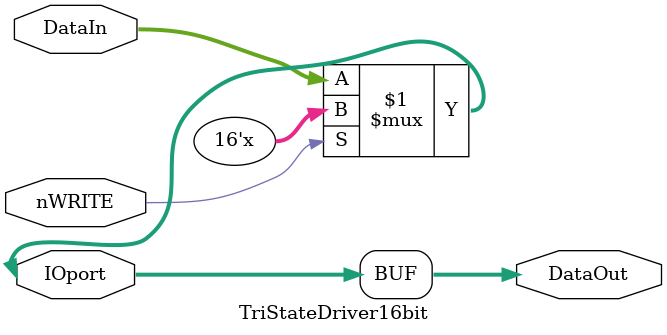
<source format=v>


module TriStateDriver16bit(
	input nWRITE,
	input [15:0] DataIn,
	
	output [15:0] DataOut,
	
	inout [15:0] IOport
);

assign IOport = nWRITE ? 16'hzzzz : DataIn ; // To drive the inout net
assign DataOut = IOport; // To read from inout net


endmodule

</source>
